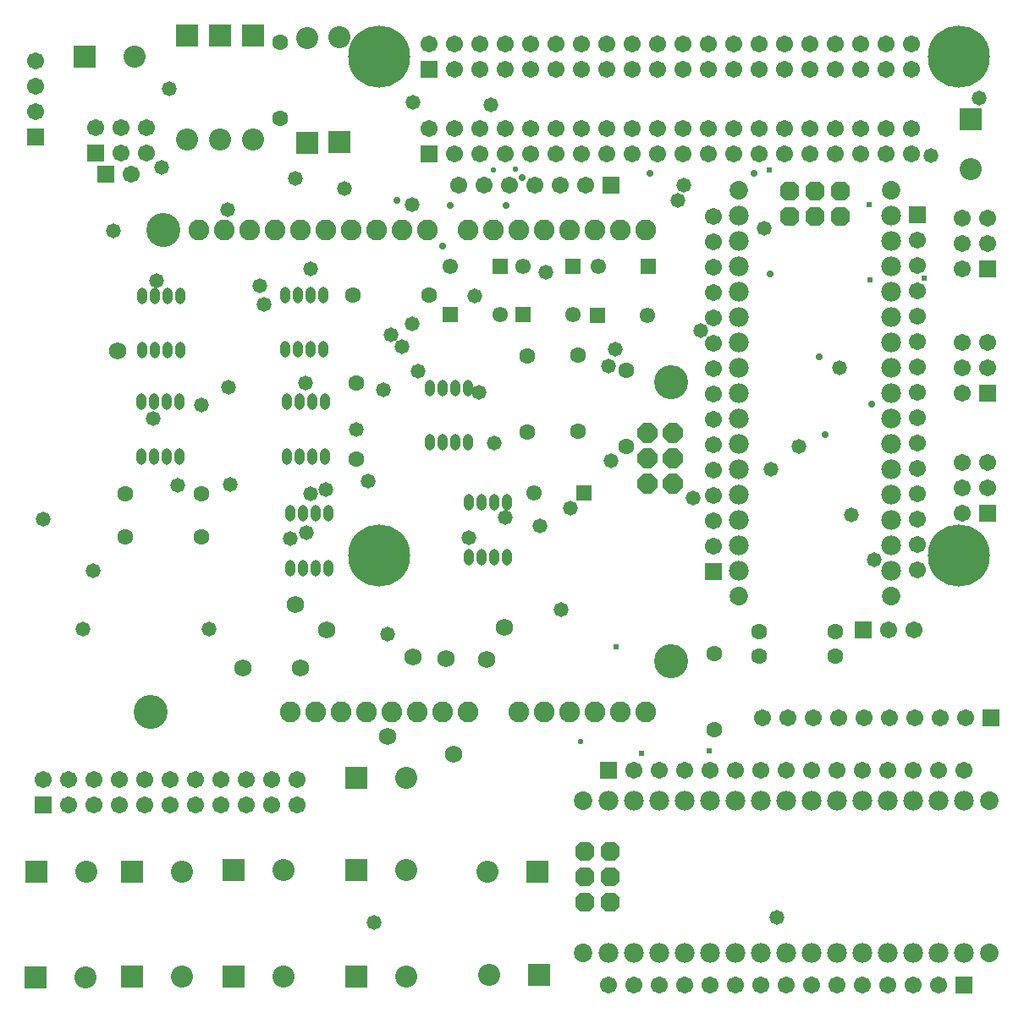
<source format=gbs>
G04 Layer_Color=16711935*
%FSLAX25Y25*%
%MOIN*%
G70*
G01*
G75*
%ADD58C,0.06706*%
%ADD59R,0.06706X0.06706*%
%ADD60C,0.02375*%
%ADD61C,0.02178*%
%ADD62C,0.02414*%
%ADD63C,0.02800*%
%ADD64C,0.06800*%
%ADD65C,0.08674*%
%ADD66R,0.08674X0.08674*%
%ADD67C,0.13398*%
%ADD68P,0.08621X8X112.5*%
%ADD69C,0.08200*%
%ADD70R,0.08674X0.08674*%
%ADD71C,0.06312*%
%ADD72R,0.06706X0.06706*%
%ADD73C,0.06115*%
%ADD74R,0.06115X0.06115*%
%ADD75C,0.07300*%
%ADD76P,0.08202X8X22.5*%
%ADD77C,0.07800*%
%ADD78P,0.08202X8X112.5*%
%ADD79C,0.24422*%
%ADD80C,0.05800*%
%ADD81O,0.03950X0.06509*%
D58*
X108661Y474724D02*
D03*
Y464724D02*
D03*
Y454724D02*
D03*
X455906Y274016D02*
D03*
Y284016D02*
D03*
Y294016D02*
D03*
Y304016D02*
D03*
Y314016D02*
D03*
Y324016D02*
D03*
Y334016D02*
D03*
Y344016D02*
D03*
Y354016D02*
D03*
Y364016D02*
D03*
Y374016D02*
D03*
Y384016D02*
D03*
Y394016D02*
D03*
Y404016D02*
D03*
X444646Y250394D02*
D03*
X454646D02*
D03*
X334488Y110236D02*
D03*
X344488D02*
D03*
X354488D02*
D03*
X364488D02*
D03*
X374488D02*
D03*
X384488D02*
D03*
X394488D02*
D03*
X404488D02*
D03*
X414488D02*
D03*
X424488D02*
D03*
X434488D02*
D03*
X444488D02*
D03*
X454488D02*
D03*
X464488D02*
D03*
X132520Y448425D02*
D03*
X142520Y438425D02*
D03*
Y448425D02*
D03*
X152520Y438425D02*
D03*
Y448425D02*
D03*
X473622Y343543D02*
D03*
X483622Y353543D02*
D03*
X473622D02*
D03*
X483622Y363543D02*
D03*
X473622D02*
D03*
Y392756D02*
D03*
X483622Y402756D02*
D03*
X473622D02*
D03*
X483622Y412756D02*
D03*
X473622D02*
D03*
Y296299D02*
D03*
X483622Y306299D02*
D03*
X473622D02*
D03*
X483622Y316299D02*
D03*
X473622D02*
D03*
X453780Y448032D02*
D03*
Y438032D02*
D03*
X443780Y448032D02*
D03*
Y438032D02*
D03*
X433780Y448032D02*
D03*
Y438032D02*
D03*
X423780Y448032D02*
D03*
Y438032D02*
D03*
X413780Y448032D02*
D03*
Y438032D02*
D03*
X403780Y448032D02*
D03*
Y438032D02*
D03*
X393780Y448032D02*
D03*
Y438032D02*
D03*
X383780Y448032D02*
D03*
Y438032D02*
D03*
X373780Y448032D02*
D03*
Y438032D02*
D03*
X363780Y448032D02*
D03*
Y438032D02*
D03*
X353780Y448032D02*
D03*
Y438032D02*
D03*
X343780Y448032D02*
D03*
Y438032D02*
D03*
X333780Y448032D02*
D03*
Y438032D02*
D03*
X323780Y448032D02*
D03*
Y438032D02*
D03*
X313780Y448032D02*
D03*
Y438032D02*
D03*
X303780Y448032D02*
D03*
Y438032D02*
D03*
X293780Y448032D02*
D03*
Y438032D02*
D03*
X283780Y448032D02*
D03*
Y438032D02*
D03*
X273780Y448032D02*
D03*
Y438032D02*
D03*
X263780Y448032D02*
D03*
X453780Y481260D02*
D03*
Y471260D02*
D03*
X443780Y481260D02*
D03*
Y471260D02*
D03*
X433780Y481260D02*
D03*
Y471260D02*
D03*
X423780Y481260D02*
D03*
Y471260D02*
D03*
X413780Y481260D02*
D03*
Y471260D02*
D03*
X403780Y481260D02*
D03*
Y471260D02*
D03*
X393780Y481260D02*
D03*
Y471260D02*
D03*
X383780Y481260D02*
D03*
Y471260D02*
D03*
X373780Y481260D02*
D03*
Y471260D02*
D03*
X363780Y481260D02*
D03*
Y471260D02*
D03*
X353780Y481260D02*
D03*
Y471260D02*
D03*
X343780Y481260D02*
D03*
Y471260D02*
D03*
X333780Y481260D02*
D03*
Y471260D02*
D03*
X323780Y481260D02*
D03*
Y471260D02*
D03*
X313780Y481260D02*
D03*
Y471260D02*
D03*
X303780Y481260D02*
D03*
Y471260D02*
D03*
X293780Y481260D02*
D03*
Y471260D02*
D03*
X283780Y481260D02*
D03*
Y471260D02*
D03*
X273780Y481260D02*
D03*
Y471260D02*
D03*
X263780Y481260D02*
D03*
X474331Y194882D02*
D03*
X464331D02*
D03*
X454331D02*
D03*
X444331D02*
D03*
X434331D02*
D03*
X424331D02*
D03*
X414331D02*
D03*
X404331D02*
D03*
X394331D02*
D03*
X384331D02*
D03*
X374331D02*
D03*
X364331D02*
D03*
X354331D02*
D03*
X344331D02*
D03*
X375591Y413228D02*
D03*
Y403228D02*
D03*
Y393228D02*
D03*
Y383228D02*
D03*
Y373228D02*
D03*
Y363228D02*
D03*
Y353228D02*
D03*
Y343228D02*
D03*
Y333228D02*
D03*
Y323228D02*
D03*
Y313228D02*
D03*
Y303228D02*
D03*
Y293228D02*
D03*
Y283228D02*
D03*
X465118Y215748D02*
D03*
X395118D02*
D03*
X405118D02*
D03*
X415118D02*
D03*
X425118D02*
D03*
X435118D02*
D03*
X445118D02*
D03*
X455118D02*
D03*
X475118D02*
D03*
X211575Y191339D02*
D03*
Y181339D02*
D03*
X201575Y191339D02*
D03*
Y181339D02*
D03*
X191575Y191339D02*
D03*
Y181339D02*
D03*
X181575Y191339D02*
D03*
Y181339D02*
D03*
X171575Y191339D02*
D03*
Y181339D02*
D03*
X161575Y191339D02*
D03*
Y181339D02*
D03*
X151575Y191339D02*
D03*
Y181339D02*
D03*
X141575Y191339D02*
D03*
Y181339D02*
D03*
X131575Y191339D02*
D03*
Y181339D02*
D03*
X121575Y191339D02*
D03*
Y181339D02*
D03*
X111575Y191339D02*
D03*
X275512Y425591D02*
D03*
X285512D02*
D03*
X295512D02*
D03*
X305512D02*
D03*
X325512D02*
D03*
X315512D02*
D03*
X146220Y429921D02*
D03*
D59*
X108661Y444724D02*
D03*
X455906Y414016D02*
D03*
X483622Y343543D02*
D03*
Y392756D02*
D03*
Y296299D02*
D03*
X375591Y273228D02*
D03*
D60*
X337402Y243701D02*
D03*
X347244Y201575D02*
D03*
X374016Y202756D02*
D03*
X458873Y388976D02*
D03*
X437402Y388189D02*
D03*
X397638Y431496D02*
D03*
D61*
X323228Y206299D02*
D03*
X297860Y432062D02*
D03*
X288976Y431496D02*
D03*
D62*
X437008Y418110D02*
D03*
D63*
X251181Y419685D02*
D03*
X268898Y401575D02*
D03*
X272047Y417717D02*
D03*
X294094D02*
D03*
X300394Y428740D02*
D03*
X350787Y430315D02*
D03*
X391732D02*
D03*
X398031Y390551D02*
D03*
X419685Y327165D02*
D03*
X438189Y339370D02*
D03*
X417323Y357874D02*
D03*
D64*
X212992Y235433D02*
D03*
X190551D02*
D03*
X286220Y238583D02*
D03*
X270472Y238976D02*
D03*
X211024Y260236D02*
D03*
X273228Y201181D02*
D03*
X247244Y208268D02*
D03*
X257480Y239764D02*
D03*
X293307Y251181D02*
D03*
X223228Y250394D02*
D03*
X140945Y360236D02*
D03*
D65*
X206299Y155512D02*
D03*
X194488Y443583D02*
D03*
X181496Y443583D02*
D03*
X166535Y113780D02*
D03*
X128740Y155118D02*
D03*
X166536D02*
D03*
X128346Y113386D02*
D03*
X286614Y155118D02*
D03*
X477165Y431890D02*
D03*
X287402Y114173D02*
D03*
X147638Y476378D02*
D03*
X254724Y192126D02*
D03*
Y113779D02*
D03*
X206299Y113780D02*
D03*
X254724Y155512D02*
D03*
X228346Y483976D02*
D03*
X215748Y483583D02*
D03*
X168504Y443583D02*
D03*
D66*
X186614Y155512D02*
D03*
X146850Y113780D02*
D03*
X109055Y155118D02*
D03*
X146850D02*
D03*
X108661Y113386D02*
D03*
X306299Y155118D02*
D03*
X307087Y114173D02*
D03*
X127953Y476378D02*
D03*
X235039Y192126D02*
D03*
X235039Y113779D02*
D03*
X186614Y113780D02*
D03*
X235039Y155512D02*
D03*
D67*
X154106Y217874D02*
D03*
X159106Y407874D02*
D03*
X359106Y347874D02*
D03*
Y237874D02*
D03*
D68*
X349606Y327874D02*
D03*
X359606D02*
D03*
X349606Y317874D02*
D03*
X359606D02*
D03*
X349606Y307874D02*
D03*
X359606D02*
D03*
D69*
X209106Y217874D02*
D03*
X219106D02*
D03*
X279106D02*
D03*
X269106D02*
D03*
X259106D02*
D03*
X249106D02*
D03*
X239106D02*
D03*
X229106D02*
D03*
X299106D02*
D03*
X349106D02*
D03*
X339106D02*
D03*
X329106D02*
D03*
X319106D02*
D03*
X309106D02*
D03*
X173106Y407874D02*
D03*
X183106D02*
D03*
X193106D02*
D03*
X263106D02*
D03*
X253106D02*
D03*
X243106D02*
D03*
X233106D02*
D03*
X223106D02*
D03*
X213106D02*
D03*
X203106D02*
D03*
X279106D02*
D03*
X349106D02*
D03*
X339106D02*
D03*
X329106D02*
D03*
X319106D02*
D03*
X309106D02*
D03*
X299106D02*
D03*
X289106D02*
D03*
D70*
X194488Y484764D02*
D03*
X181496D02*
D03*
X477165Y451575D02*
D03*
X228346Y442795D02*
D03*
X215748Y442402D02*
D03*
X168504Y484764D02*
D03*
D71*
X423661Y249606D02*
D03*
X393661D02*
D03*
Y240158D02*
D03*
X423661D02*
D03*
X235039Y347677D02*
D03*
Y317677D02*
D03*
X233819Y382283D02*
D03*
X263819D02*
D03*
X322441Y358701D02*
D03*
Y328701D02*
D03*
X341339Y352795D02*
D03*
Y322795D02*
D03*
X144055Y287008D02*
D03*
X174055D02*
D03*
X144055Y303937D02*
D03*
X174055D02*
D03*
X302362Y358307D02*
D03*
Y328307D02*
D03*
X205118Y481929D02*
D03*
Y451929D02*
D03*
X375984Y240984D02*
D03*
Y210984D02*
D03*
D72*
X434646Y250394D02*
D03*
X474488Y110236D02*
D03*
X132520Y438425D02*
D03*
X263780Y438032D02*
D03*
Y471260D02*
D03*
X334331Y194882D02*
D03*
X485118Y215748D02*
D03*
X111575Y181339D02*
D03*
X335512Y425591D02*
D03*
X136220Y429921D02*
D03*
D73*
X272047Y393701D02*
D03*
X300787Y393701D02*
D03*
X320473Y374803D02*
D03*
X305118Y304331D02*
D03*
X330315Y393701D02*
D03*
X349606Y374410D02*
D03*
X291732Y374803D02*
D03*
D74*
Y393701D02*
D03*
X320472D02*
D03*
X300787Y374803D02*
D03*
X324803Y304331D02*
D03*
X350000Y393701D02*
D03*
X329921Y374410D02*
D03*
X272047Y374803D02*
D03*
D75*
X445827Y423701D02*
D03*
X385827D02*
D03*
Y263701D02*
D03*
X445827D02*
D03*
X324488Y183071D02*
D03*
Y123071D02*
D03*
X484488D02*
D03*
Y183071D02*
D03*
D76*
X425727Y423301D02*
D03*
Y413301D02*
D03*
X415727Y423301D02*
D03*
Y413301D02*
D03*
X405727Y423301D02*
D03*
Y413301D02*
D03*
D77*
X385827Y363701D02*
D03*
Y373701D02*
D03*
Y413701D02*
D03*
Y403701D02*
D03*
Y393701D02*
D03*
Y383701D02*
D03*
Y273701D02*
D03*
Y283701D02*
D03*
Y293701D02*
D03*
Y353701D02*
D03*
Y343701D02*
D03*
Y333701D02*
D03*
Y323701D02*
D03*
Y313701D02*
D03*
Y303701D02*
D03*
X445827Y363701D02*
D03*
Y373701D02*
D03*
Y413701D02*
D03*
Y403701D02*
D03*
Y393701D02*
D03*
Y383701D02*
D03*
Y273701D02*
D03*
Y283701D02*
D03*
Y293701D02*
D03*
Y353701D02*
D03*
Y343701D02*
D03*
Y333701D02*
D03*
Y323701D02*
D03*
Y313701D02*
D03*
Y303701D02*
D03*
X384488Y123071D02*
D03*
X374488D02*
D03*
X334488D02*
D03*
X344488D02*
D03*
X354488D02*
D03*
X364488D02*
D03*
X474488D02*
D03*
X464488D02*
D03*
X454488D02*
D03*
X394488D02*
D03*
X404488D02*
D03*
X414488D02*
D03*
X424488D02*
D03*
X434488D02*
D03*
X444488D02*
D03*
X384488Y183071D02*
D03*
X374488D02*
D03*
X334488D02*
D03*
X344488D02*
D03*
X354488D02*
D03*
X364488D02*
D03*
X474488D02*
D03*
X464488D02*
D03*
X454488D02*
D03*
X394488D02*
D03*
X404488D02*
D03*
X414488D02*
D03*
X424488D02*
D03*
X434488D02*
D03*
X444488D02*
D03*
D78*
X324888Y162971D02*
D03*
X334888D02*
D03*
X324888Y152971D02*
D03*
X334888D02*
D03*
X324888Y142971D02*
D03*
X334888D02*
D03*
D79*
X244094Y279528D02*
D03*
X472441D02*
D03*
X244094Y476378D02*
D03*
X472441D02*
D03*
D80*
X370800Y368200D02*
D03*
X215400Y288700D02*
D03*
X209000Y286200D02*
D03*
X217100Y303864D02*
D03*
X223100Y305800D02*
D03*
X185300Y307700D02*
D03*
X247244Y248819D02*
D03*
X139400Y407800D02*
D03*
X161400Y463700D02*
D03*
X198700Y378800D02*
D03*
X367600Y302400D02*
D03*
X395800Y408500D02*
D03*
X279508Y286800D02*
D03*
X259400Y352300D02*
D03*
X364197Y425591D02*
D03*
X334500Y354300D02*
D03*
X253200Y361900D02*
D03*
X245600Y345000D02*
D03*
X158300Y432500D02*
D03*
X217067Y392700D02*
D03*
X196900Y386100D02*
D03*
X307300Y291200D02*
D03*
X257300Y458400D02*
D03*
X335500Y316900D02*
D03*
X289500Y324000D02*
D03*
X131300Y273700D02*
D03*
X315600Y258300D02*
D03*
X177000Y250500D02*
D03*
X127300D02*
D03*
X111800Y294100D02*
D03*
X398300Y313701D02*
D03*
X400659Y136900D02*
D03*
X184300Y415900D02*
D03*
X309600Y391200D02*
D03*
X319400Y298200D02*
D03*
X439000Y278000D02*
D03*
X480300Y460100D02*
D03*
X425500Y353701D02*
D03*
X242100Y134900D02*
D03*
X256964Y370900D02*
D03*
X184600Y345900D02*
D03*
X461300Y437200D02*
D03*
X211200Y428300D02*
D03*
X230300Y424200D02*
D03*
X288200Y457300D02*
D03*
X235000Y329400D02*
D03*
X248814Y366530D02*
D03*
X361600Y419660D02*
D03*
X337059Y361150D02*
D03*
X281700Y382000D02*
D03*
X409300Y322700D02*
D03*
X214900Y347800D02*
D03*
X257150Y418000D02*
D03*
X293800Y294800D02*
D03*
X239700Y309000D02*
D03*
X164750Y307300D02*
D03*
X156400Y388050D02*
D03*
X429900Y295500D02*
D03*
X283500Y343900D02*
D03*
X155200Y333500D02*
D03*
X174055Y339100D02*
D03*
D81*
X222854Y318799D02*
D03*
X217854D02*
D03*
X212854D02*
D03*
X207854D02*
D03*
X222854Y340256D02*
D03*
X217854D02*
D03*
X212854D02*
D03*
X207854D02*
D03*
X222067Y360925D02*
D03*
X217067D02*
D03*
X212067D02*
D03*
X207067D02*
D03*
X222067Y382382D02*
D03*
X217067D02*
D03*
X212067D02*
D03*
X207067D02*
D03*
X294508Y279035D02*
D03*
X289508D02*
D03*
X284508D02*
D03*
X279508D02*
D03*
X294508Y300492D02*
D03*
X289508D02*
D03*
X284508D02*
D03*
X279508D02*
D03*
X279154Y324311D02*
D03*
X274154D02*
D03*
X269154D02*
D03*
X264154D02*
D03*
X279154Y345768D02*
D03*
X274154D02*
D03*
X269154D02*
D03*
X264154D02*
D03*
X165374Y318799D02*
D03*
X160374D02*
D03*
X155374D02*
D03*
X150374D02*
D03*
X165374Y340256D02*
D03*
X160374D02*
D03*
X155374D02*
D03*
X150374D02*
D03*
X224036Y274705D02*
D03*
X219036D02*
D03*
X214036D02*
D03*
X209036D02*
D03*
X224036Y296161D02*
D03*
X219036D02*
D03*
X214036D02*
D03*
X209036D02*
D03*
X165768Y360532D02*
D03*
X160768D02*
D03*
X155768D02*
D03*
X150768D02*
D03*
X165768Y381988D02*
D03*
X160768D02*
D03*
X155768D02*
D03*
X150768D02*
D03*
M02*

</source>
